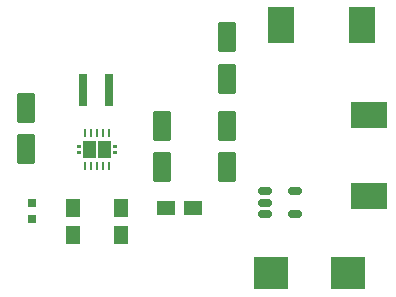
<source format=gbr>
%TF.GenerationSoftware,Altium Limited,Altium Designer,24.0.1 (36)*%
G04 Layer_Color=8421504*
%FSLAX45Y45*%
%MOMM*%
%TF.SameCoordinates,B6A77970-8F51-4162-B198-D5255F9352F6*%
%TF.FilePolarity,Positive*%
%TF.FileFunction,Paste,Top*%
%TF.Part,Single*%
G01*
G75*
%TA.AperFunction,SMDPad,CuDef*%
%ADD10R,3.12000X2.29000*%
%ADD11R,2.29000X3.12000*%
G04:AMPARAMS|DCode=13|XSize=0.6mm|YSize=0.24mm|CornerRadius=0.03mm|HoleSize=0mm|Usage=FLASHONLY|Rotation=270.000|XOffset=0mm|YOffset=0mm|HoleType=Round|Shape=RoundedRectangle|*
%AMROUNDEDRECTD13*
21,1,0.60000,0.18000,0,0,270.0*
21,1,0.54000,0.24000,0,0,270.0*
1,1,0.06000,-0.09000,-0.27000*
1,1,0.06000,-0.09000,0.27000*
1,1,0.06000,0.09000,0.27000*
1,1,0.06000,0.09000,-0.27000*
%
%ADD13ROUNDEDRECTD13*%
G04:AMPARAMS|DCode=15|XSize=1.22mm|YSize=0.6mm|CornerRadius=0.15mm|HoleSize=0mm|Usage=FLASHONLY|Rotation=0.000|XOffset=0mm|YOffset=0mm|HoleType=Round|Shape=RoundedRectangle|*
%AMROUNDEDRECTD15*
21,1,1.22000,0.30000,0,0,0.0*
21,1,0.92000,0.60000,0,0,0.0*
1,1,0.30000,0.46000,-0.15000*
1,1,0.30000,-0.46000,-0.15000*
1,1,0.30000,-0.46000,0.15000*
1,1,0.30000,0.46000,0.15000*
%
%ADD15ROUNDEDRECTD15*%
%ADD17R,3.00000X2.80000*%
%ADD18R,0.80000X2.70000*%
G04:AMPARAMS|DCode=57|XSize=2.46mm|YSize=1.56mm|CornerRadius=0.1mm|HoleSize=0mm|Usage=FLASHONLY|Rotation=270.000|XOffset=0mm|YOffset=0mm|HoleType=Round|Shape=RoundedRectangle|*
%AMROUNDEDRECTD57*
21,1,2.46000,1.36000,0,0,270.0*
21,1,2.26000,1.56000,0,0,270.0*
1,1,0.20000,-0.68000,-1.13000*
1,1,0.20000,-0.68000,1.13000*
1,1,0.20000,0.68000,1.13000*
1,1,0.20000,0.68000,-1.13000*
%
%ADD57ROUNDEDRECTD57*%
G04:AMPARAMS|DCode=58|XSize=1.484mm|YSize=1.23mm|CornerRadius=0.07525mm|HoleSize=0mm|Usage=FLASHONLY|Rotation=0.000|XOffset=0mm|YOffset=0mm|HoleType=Round|Shape=RoundedRectangle|*
%AMROUNDEDRECTD58*
21,1,1.48400,1.07950,0,0,0.0*
21,1,1.33350,1.23000,0,0,0.0*
1,1,0.15050,0.66675,-0.53975*
1,1,0.15050,-0.66675,-0.53975*
1,1,0.15050,-0.66675,0.53975*
1,1,0.15050,0.66675,0.53975*
%
%ADD58ROUNDEDRECTD58*%
G04:AMPARAMS|DCode=59|XSize=1.484mm|YSize=1.23mm|CornerRadius=0.07525mm|HoleSize=0mm|Usage=FLASHONLY|Rotation=90.000|XOffset=0mm|YOffset=0mm|HoleType=Round|Shape=RoundedRectangle|*
%AMROUNDEDRECTD59*
21,1,1.48400,1.07950,0,0,90.0*
21,1,1.33350,1.23000,0,0,90.0*
1,1,0.15050,0.53975,0.66675*
1,1,0.15050,0.53975,-0.66675*
1,1,0.15050,-0.53975,-0.66675*
1,1,0.15050,-0.53975,0.66675*
%
%ADD59ROUNDEDRECTD59*%
G04:AMPARAMS|DCode=60|XSize=0.722mm|YSize=0.722mm|CornerRadius=0.0181mm|HoleSize=0mm|Usage=FLASHONLY|Rotation=90.000|XOffset=0mm|YOffset=0mm|HoleType=Round|Shape=RoundedRectangle|*
%AMROUNDEDRECTD60*
21,1,0.72200,0.68580,0,0,90.0*
21,1,0.68580,0.72200,0,0,90.0*
1,1,0.03620,0.34290,0.34290*
1,1,0.03620,0.34290,-0.34290*
1,1,0.03620,-0.34290,-0.34290*
1,1,0.03620,-0.34290,0.34290*
%
%ADD60ROUNDEDRECTD60*%
G36*
X1364000Y1462500D02*
X1330000D01*
Y1487500D01*
X1364000D01*
Y1462500D01*
D02*
G37*
G36*
Y1412500D02*
X1330000D01*
Y1437500D01*
X1364000D01*
Y1412500D01*
D02*
G37*
G36*
X1490000Y1375000D02*
X1384000D01*
Y1525000D01*
X1490000D01*
Y1375000D01*
D02*
G37*
G36*
X1670000Y1462500D02*
X1636000D01*
Y1487500D01*
X1670000D01*
Y1462500D01*
D02*
G37*
G36*
Y1412500D02*
X1636000D01*
Y1437500D01*
X1670000D01*
Y1412500D01*
D02*
G37*
G36*
X1616000Y1375000D02*
X1510000D01*
Y1525000D01*
X1616000D01*
Y1375000D01*
D02*
G37*
D10*
X3800000Y1057000D02*
D03*
Y1743000D02*
D03*
D11*
X3057000Y2500000D02*
D03*
X3743000D02*
D03*
D13*
X1600000Y1590000D02*
D03*
X1550000D02*
D03*
X1500000D02*
D03*
X1450000D02*
D03*
X1400000D02*
D03*
Y1310000D02*
D03*
X1450000D02*
D03*
X1500000D02*
D03*
X1550000D02*
D03*
X1600000D02*
D03*
D15*
X3174500Y1095000D02*
D03*
Y905000D02*
D03*
X2925500D02*
D03*
Y1000000D02*
D03*
Y1095000D02*
D03*
D17*
X2975000Y400000D02*
D03*
X3625000D02*
D03*
D18*
X1600000Y1950000D02*
D03*
X1380000D02*
D03*
D57*
X2600000Y2400000D02*
D03*
Y2050000D02*
D03*
Y1650000D02*
D03*
Y1300000D02*
D03*
X2050000Y1300000D02*
D03*
Y1650000D02*
D03*
X900000Y1800000D02*
D03*
Y1450000D02*
D03*
D58*
X2314300Y950000D02*
D03*
X2085700D02*
D03*
D59*
X1300000D02*
D03*
Y721400D02*
D03*
X1700000D02*
D03*
Y950000D02*
D03*
D60*
X950000Y860300D02*
D03*
Y1000000D02*
D03*
%TF.MD5,734429b623e35db4b2f6bb0fe4e7a19e*%
M02*

</source>
